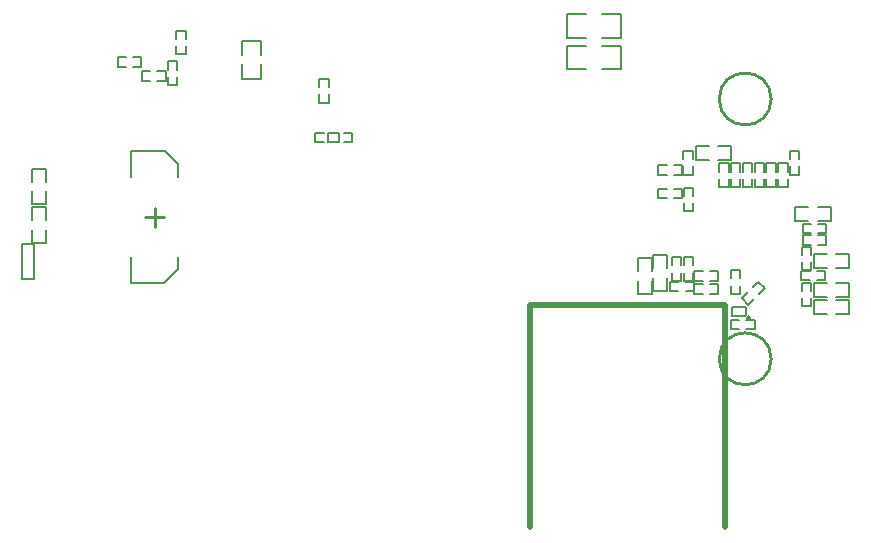
<source format=gbo>
G04*
G04 #@! TF.GenerationSoftware,Altium Limited,Altium Designer,18.0.11 (651)*
G04*
G04 Layer_Color=13010237*
%FSLAX44Y44*%
%MOMM*%
G71*
G01*
G75*
%ADD10C,0.2540*%
%ADD12C,0.2500*%
%ADD13C,0.2000*%
%ADD14C,0.1500*%
%ADD102C,0.5000*%
D10*
X672000Y360000D02*
G03*
X672000Y360000I-22000J0D01*
G01*
Y140000D02*
G03*
X672000Y140000I-22000J0D01*
G01*
X150000Y252000D02*
Y268000D01*
X142000Y260000D02*
X158000D01*
D12*
X654150Y174550D02*
G03*
X654150Y174550I-1250J0D01*
G01*
D13*
X130000Y204125D02*
Y226125D01*
Y204125D02*
X158000D01*
X170000Y216125D02*
Y226125D01*
X158000Y204125D02*
X170000Y216125D01*
X159000Y315875D02*
X170000Y304875D01*
Y293875D02*
Y304875D01*
X130000Y315875D02*
X159000D01*
X130000Y293875D02*
Y315875D01*
D14*
X223750Y409250D02*
X239750D01*
X223750Y377250D02*
X239750D01*
X223750Y397250D02*
Y409250D01*
Y377250D02*
Y389250D01*
X239750Y397250D02*
Y409250D01*
Y377250D02*
Y389250D01*
X297000Y323500D02*
X304000D01*
X310000D02*
X317000D01*
X297000Y331500D02*
X304000D01*
X310000D02*
X317000D01*
X297000Y323500D02*
Y331500D01*
X317000Y323500D02*
Y331500D01*
X499000Y412000D02*
X515000D01*
X529000D02*
X545000D01*
X499000Y432000D02*
X515000D01*
X529000D02*
X545000D01*
X499000Y412000D02*
Y432000D01*
X545000Y412000D02*
Y432000D01*
X499000Y385000D02*
X515000D01*
X529000D02*
X545000D01*
X499000Y405000D02*
X515000D01*
X529000D02*
X545000D01*
X499000Y385000D02*
Y405000D01*
X545000Y385000D02*
Y405000D01*
X698000Y184500D02*
Y191500D01*
Y197500D02*
Y204500D01*
X706000Y184500D02*
Y191500D01*
Y197500D02*
Y204500D01*
X698000Y184500D02*
X706000D01*
X698000Y204500D02*
X706000D01*
X596000Y219000D02*
Y226000D01*
Y206000D02*
Y213000D01*
X588000Y219000D02*
Y226000D01*
Y206000D02*
Y213000D01*
Y226000D02*
X596000D01*
X588000Y206000D02*
X596000D01*
X658000Y285500D02*
Y292500D01*
Y298500D02*
Y305500D01*
X666000Y285500D02*
Y292500D01*
Y298500D02*
Y305500D01*
X658000Y285500D02*
X666000D01*
X658000Y305500D02*
X666000D01*
X638000Y285500D02*
Y292500D01*
Y298500D02*
Y305500D01*
X646000Y285500D02*
Y292500D01*
Y298500D02*
Y305500D01*
X638000Y285500D02*
X646000D01*
X638000Y305500D02*
X646000D01*
X286000Y323500D02*
Y331500D01*
X306000Y323500D02*
Y331500D01*
X286000Y323500D02*
X293000D01*
X299000D02*
X306000D01*
X286000Y331500D02*
X293000D01*
X299000D02*
X306000D01*
X139250Y375375D02*
Y383375D01*
X159250Y375375D02*
Y383375D01*
X139250Y375375D02*
X146250D01*
X152250D02*
X159250D01*
X139250Y383375D02*
X146250D01*
X152250D02*
X159250D01*
X607000Y195000D02*
Y203000D01*
X627000Y195000D02*
Y203000D01*
X607000Y195000D02*
X614000D01*
X620000D02*
X627000D01*
X607000Y203000D02*
X614000D01*
X620000D02*
X627000D01*
X176250Y397875D02*
Y404875D01*
Y410875D02*
Y417875D01*
X168250Y397875D02*
Y404875D01*
Y410875D02*
Y417875D01*
Y397875D02*
X176250D01*
X168250Y417875D02*
X176250D01*
X289500Y377000D02*
X297500D01*
X289500Y357000D02*
X297500D01*
X289500Y370000D02*
Y377000D01*
Y357000D02*
Y364000D01*
X297500Y370000D02*
Y377000D01*
Y357000D02*
Y364000D01*
X576500Y304000D02*
X583500D01*
X589500D02*
X596500D01*
X576500Y296000D02*
X583500D01*
X589500D02*
X596500D01*
X576500D02*
Y304000D01*
X596500Y296000D02*
Y304000D01*
X698750Y246500D02*
Y254500D01*
X718750Y246500D02*
Y254500D01*
X698750D02*
X705750D01*
X711750D02*
X718750D01*
X698750Y246500D02*
X705750D01*
X711750D02*
X718750D01*
X710500Y206500D02*
X717500D01*
X697500D02*
X704500D01*
X710500Y214500D02*
X717500D01*
X697500D02*
X704500D01*
X717500Y206500D02*
Y214500D01*
X697500Y206500D02*
Y214500D01*
X698000Y235000D02*
X706000D01*
X698000Y215000D02*
X706000D01*
Y228000D02*
Y235000D01*
Y215000D02*
Y222000D01*
X698000Y228000D02*
Y235000D01*
Y215000D02*
Y222000D01*
X688000Y316000D02*
X696000D01*
X688000Y296000D02*
X696000D01*
Y309000D02*
Y316000D01*
Y296000D02*
Y303000D01*
X688000Y309000D02*
Y316000D01*
Y296000D02*
Y303000D01*
X161250Y371875D02*
X169250D01*
X161250Y391875D02*
X169250D01*
Y371875D02*
Y378875D01*
Y384875D02*
Y391875D01*
X161250Y371875D02*
Y378875D01*
Y384875D02*
Y391875D01*
X118750Y387375D02*
Y395375D01*
X138750Y387375D02*
Y395375D01*
X118750Y387375D02*
X125750D01*
X131750D02*
X138750D01*
X118750Y395375D02*
X125750D01*
X131750D02*
X138750D01*
X647101Y191257D02*
X652757Y185600D01*
X661243Y205399D02*
X666899Y199743D01*
X652757Y185600D02*
X657707Y190550D01*
X661950Y194793D02*
X666899Y199743D01*
X647101Y191257D02*
X652050Y196207D01*
X656293Y200450D02*
X661243Y205399D01*
X597500Y316000D02*
X605500D01*
X597500Y296000D02*
X605500D01*
Y309000D02*
Y316000D01*
Y296000D02*
Y303000D01*
X597500Y309000D02*
Y316000D01*
Y296000D02*
Y303000D01*
X46000Y290000D02*
Y301000D01*
Y271000D02*
Y282000D01*
X58000Y290000D02*
Y301000D01*
Y271000D02*
Y282000D01*
X46000Y301000D02*
X58000D01*
X46000Y271000D02*
X58000D01*
X596500Y276000D02*
Y284000D01*
X576500Y276000D02*
Y284000D01*
X589500Y276000D02*
X596500D01*
X576500D02*
X583500D01*
X589500Y284000D02*
X596500D01*
X576500D02*
X583500D01*
X572000Y197750D02*
Y208750D01*
Y216750D02*
Y227750D01*
X584000Y197750D02*
Y208750D01*
Y216750D02*
Y227750D01*
X572000Y197750D02*
X584000D01*
X572000Y227750D02*
X584000D01*
X608000Y320500D02*
X619000D01*
X627000D02*
X638000D01*
X608000Y308500D02*
X619000D01*
X627000D02*
X638000D01*
X608000D02*
Y320500D01*
X638000Y308500D02*
Y320500D01*
X668000Y285500D02*
X676000D01*
X668000Y305500D02*
X676000D01*
X668000Y285500D02*
Y292500D01*
Y298500D02*
Y305500D01*
X676000Y285500D02*
Y292500D01*
Y298500D02*
Y305500D01*
X636000Y298500D02*
Y305500D01*
Y285500D02*
Y292500D01*
X628000Y298500D02*
Y305500D01*
Y285500D02*
Y292500D01*
Y305500D02*
X636000D01*
X628000Y285500D02*
X636000D01*
X718750Y236500D02*
Y244500D01*
X698750Y236500D02*
Y244500D01*
X711750Y236500D02*
X718750D01*
X698750D02*
X705750D01*
X711750Y244500D02*
X718750D01*
X698750D02*
X705750D01*
X708000Y216500D02*
X719000D01*
X727000D02*
X738000D01*
X708000Y228500D02*
X719000D01*
X727000D02*
X738000D01*
X708000Y216500D02*
Y228500D01*
X738000Y216500D02*
Y228500D01*
X692500Y268500D02*
X703500D01*
X711500D02*
X722500D01*
X692500Y256500D02*
X703500D01*
X711500D02*
X722500D01*
X692500D02*
Y268500D01*
X722500Y256500D02*
Y268500D01*
X37400Y207500D02*
Y237500D01*
Y207500D02*
X47850D01*
Y237500D01*
X37400D02*
X47850D01*
X46000Y238175D02*
X58000D01*
X46000Y268175D02*
X58000D01*
Y238175D02*
Y249175D01*
Y257175D02*
Y268175D01*
X46000Y238175D02*
Y249175D01*
Y257175D02*
Y268175D01*
X649500Y176250D02*
X650500Y177250D01*
X638500Y176250D02*
X649500D01*
X638500Y184250D02*
X650500D01*
X638500Y176250D02*
Y184250D01*
X650500Y177250D02*
Y184250D01*
X658000Y165224D02*
Y173224D01*
X638000Y165224D02*
Y173224D01*
X651000D02*
X658000D01*
X638000D02*
X645000D01*
X651000Y165224D02*
X658000D01*
X638000D02*
X645000D01*
X638000Y195000D02*
X646000D01*
X638000Y215000D02*
X646000D01*
X638000Y195000D02*
Y202000D01*
Y208000D02*
Y215000D01*
X646000Y195000D02*
Y202000D01*
Y208000D02*
Y215000D01*
X586500Y197000D02*
Y205000D01*
X606500Y197000D02*
Y205000D01*
X586500D02*
X593500D01*
X599500D02*
X606500D01*
X586500Y197000D02*
X593500D01*
X599500D02*
X606500D01*
X598000Y206000D02*
X606000D01*
X598000Y226000D02*
X606000D01*
X598000Y206000D02*
Y213000D01*
Y219000D02*
Y226000D01*
X606000Y206000D02*
Y213000D01*
Y219000D02*
Y226000D01*
X648000Y285500D02*
Y292500D01*
Y298500D02*
Y305500D01*
X656000Y285500D02*
Y292500D01*
Y298500D02*
Y305500D01*
X648000Y285500D02*
X656000D01*
X648000Y305500D02*
X656000D01*
X708000Y178000D02*
Y190000D01*
X738000Y178000D02*
Y190000D01*
X708000D02*
X719000D01*
X727000D02*
X738000D01*
X708000Y178000D02*
X719000D01*
X727000D02*
X738000D01*
X678000Y285500D02*
Y292500D01*
Y298500D02*
Y305500D01*
X686000Y285500D02*
Y292500D01*
Y298500D02*
Y305500D01*
X678000Y285500D02*
X686000D01*
X678000Y305500D02*
X686000D01*
X606000Y278000D02*
Y285000D01*
Y265000D02*
Y272000D01*
X598000Y278000D02*
Y285000D01*
Y265000D02*
Y272000D01*
Y285000D02*
X606000D01*
X598000Y265000D02*
X606000D01*
X607000Y214000D02*
X614000D01*
X620000D02*
X627000D01*
X607000Y206000D02*
X614000D01*
X620000D02*
X627000D01*
X607000D02*
Y214000D01*
X627000Y206000D02*
Y214000D01*
X708000Y192500D02*
Y204500D01*
X738000Y192500D02*
Y204500D01*
X708000Y192500D02*
X719000D01*
X727000D02*
X738000D01*
X708000Y204500D02*
X719000D01*
X727000D02*
X738000D01*
X559000Y225000D02*
X571000D01*
X559000Y195000D02*
X571000D01*
X559000Y214000D02*
Y225000D01*
Y195000D02*
Y206000D01*
X571000Y214000D02*
Y225000D01*
Y195000D02*
Y206000D01*
D102*
X632550Y-2500D02*
Y185500D01*
X467450Y185500D02*
X632550D01*
X467450Y-2500D02*
Y185500D01*
M02*

</source>
